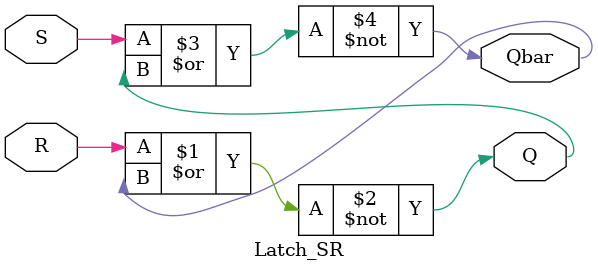
<source format=sv>
module ShiftRegister_8bit(data, sh, load, clk, serial_out, parallel_out);
  input [7:0]data;
  input sh;
  input load;
  input clk;
  output serial_out;
  output [7:0]parallel_out;
  
  // Resultado dos multiplexadores
  wire wire_m7;
  wire wire_m6;
  wire wire_m5;
  wire wire_m4;
  wire wire_m3;
  wire wire_m2;
  wire wire_m1;
  wire wire_m0;
  
  // Resultado dos Flip-Flop
  wire wire_dff7;
  wire wire_dff6;
  wire wire_dff5;
  wire wire_dff4;
  wire wire_dff3;
  wire wire_dff2;
  wire wire_dff1;
  wire wire_dff0;
  
  // Instanciando os multiplexadores
  mux_4to1 m7(.in00(wire_dff7), .in01(data[7]), .in10(wire_dff0),
              .in11(wire_dff0), .Sh(sh), .L(load), .out(wire_m7));
  
  mux_4to1 m6(.in00(wire_dff6), .in01(data[6]), .in10(wire_dff7),
              .in11(wire_dff7), .Sh(sh), .L(load), .out(wire_m6));
  
  mux_4to1 m5(.in00(wire_dff5), .in01(data[5]), .in10(wire_dff6),
              .in11(wire_dff6), .Sh(sh), .L(load), .out(wire_m5));
  
  mux_4to1 m4(.in00(wire_dff4), .in01(data[4]), .in10(wire_dff5),
              .in11(wire_dff5), .Sh(sh), .L(load), .out(wire_m4));
  
  mux_4to1 m3(.in00(wire_dff3), .in01(data[3]), .in10(wire_dff4),
              .in11(wire_dff4), .Sh(sh), .L(load), .out(wire_m3));
  
  mux_4to1 m2(.in00(wire_dff2), .in01(data[2]), .in10(wire_dff3),
              .in11(wire_dff3), .Sh(sh), .L(load), .out(wire_m2));
  
  mux_4to1 m1(.in00(wire_dff1), .in01(data[1]), .in10(wire_dff2),
              .in11(wire_dff2), .Sh(sh), .L(load), .out(wire_m1));
  
  mux_4to1 m0(.in00(wire_dff0), .in01(data[0]), .in10(wire_dff1),
              .in11(wire_dff1), .Sh(sh), .L(load), .out(wire_m0));
  
  // Instanciando os 8 Flip-Flops
  FlipFlopD dff7(.clk(clk), .D(wire_m7), .Q(wire_dff7));
  FlipFlopD dff6(.clk(clk), .D(wire_m6), .Q(wire_dff6));
  FlipFlopD dff5(.clk(clk), .D(wire_m5), .Q(wire_dff5));
  FlipFlopD dff4(.clk(clk), .D(wire_m4), .Q(wire_dff4));
  FlipFlopD dff3(.clk(clk), .D(wire_m3), .Q(wire_dff3));
  FlipFlopD dff2(.clk(clk), .D(wire_m2), .Q(wire_dff2));
  FlipFlopD dff1(.clk(clk), .D(wire_m1), .Q(wire_dff1));
  FlipFlopD dff0(.clk(clk), .D(wire_m0), .Q(wire_dff0));
  
  // a saída vai ser o conteúdo do último flip-flop
  assign serial_out = wire_dff0;

  // parallel out
  assign parallel_out[7] = wire_dff7;
  assign parallel_out[6] = wire_dff6;
  assign parallel_out[5] = wire_dff5;
  assign parallel_out[4] = wire_dff4;
  assign parallel_out[3] = wire_dff3;
  assign parallel_out[2] = wire_dff2;
  assign parallel_out[1] = wire_dff1;
  assign parallel_out[0] = wire_dff0;

endmodule

// Multiplexador 4-1
// 4 inputs, 2 sinais de seleção, 1 output
module mux_4to1(in00, in01, in10, in11, Sh, L, out);
  input in00, in01, in10, in11, Sh, L;
  output out;
  
  assign out = ((~Sh & ~L) & in00) | ((~Sh & L) & in01) | ((Sh & ~L) & in10) | ((Sh & L) & in11);
  
endmodule

// Implementação Estrutural do Flip-Flop tipo D
// utilizando o modelo de Katz (p. 271)
module FlipFlopD(clk, D, Q);
  input clk, D;
  output Q;
  wire nD, nC, R_M, S_M, R_S, S_S, Q_M, Qb_M, Q_S, Qb_S;
  
  not notD(nD, D);
  not notC(nC, clk);
  
  and and_M1(S_M, D, nC);
  and and_M2(R_M, nD, nC);
  Latch_SR Master(Q_M, Qb_M, S_M, R_M);
  
  and and_S1(S_S, Q_M, clk);
  and and_S2(R_S, Qb_M, clk);
  Latch_SR Slave(Q_S, Qb_S, S_S, R_S);
  
  assign Q = Q_S;
  
endmodule

// Latch SR
module Latch_SR(Q, Qbar, S, R);
  input S, R;
  output Q, Qbar;
  
  nor nor1(Q, R, Qbar);
  nor nor2(Qbar, S, Q);
endmodule
</source>
